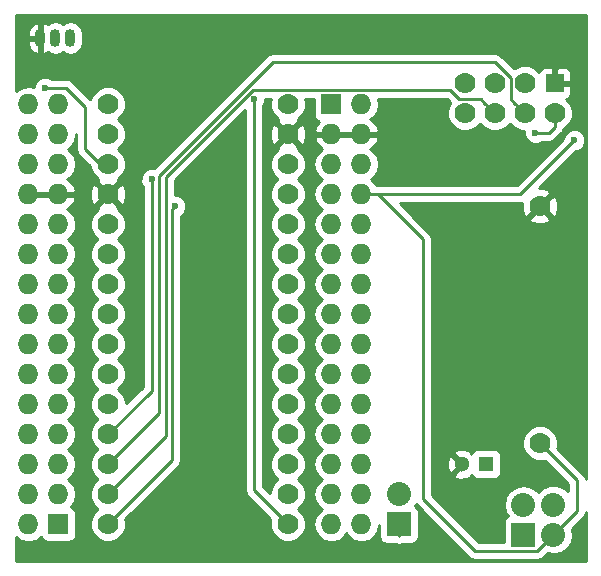
<source format=gbl>
G04 #@! TF.FileFunction,Copper,L2,Bot,Signal*
%FSLAX46Y46*%
G04 Gerber Fmt 4.6, Leading zero omitted, Abs format (unit mm)*
G04 Created by KiCad (PCBNEW 4.0.2-stable) date 23-Jul-16 5:25:39 PM*
%MOMM*%
G01*
G04 APERTURE LIST*
%ADD10C,0.100000*%
%ADD11R,1.524000X1.524000*%
%ADD12C,1.778000*%
%ADD13R,1.300000X1.300000*%
%ADD14C,1.300000*%
%ADD15R,1.727200X1.727200*%
%ADD16O,1.727200X1.727200*%
%ADD17R,2.032000X2.032000*%
%ADD18O,2.032000X2.032000*%
%ADD19C,2.032000*%
%ADD20O,0.899160X1.501140*%
%ADD21C,0.600000*%
%ADD22C,0.250000*%
%ADD23C,0.254000*%
G04 APERTURE END LIST*
D10*
D11*
X178816000Y-93472000D03*
D12*
X176276000Y-93472000D03*
X173736000Y-93472000D03*
X171196000Y-93472000D03*
X171196000Y-96012000D03*
X173736000Y-96012000D03*
X176276000Y-96012000D03*
X178816000Y-96012000D03*
D13*
X172974000Y-125730000D03*
D14*
X170974000Y-125730000D03*
D15*
X136779000Y-130810000D03*
D16*
X134239000Y-130810000D03*
X136779000Y-128270000D03*
X134239000Y-128270000D03*
X136779000Y-125730000D03*
X134239000Y-125730000D03*
X136779000Y-123190000D03*
X134239000Y-123190000D03*
X136779000Y-120650000D03*
X134239000Y-120650000D03*
X136779000Y-118110000D03*
X134239000Y-118110000D03*
X136779000Y-115570000D03*
X134239000Y-115570000D03*
X136779000Y-113030000D03*
X134239000Y-113030000D03*
X136779000Y-110490000D03*
X134239000Y-110490000D03*
X136779000Y-107950000D03*
X134239000Y-107950000D03*
X136779000Y-105410000D03*
X134239000Y-105410000D03*
X136779000Y-102870000D03*
X134239000Y-102870000D03*
X136779000Y-100330000D03*
X134239000Y-100330000D03*
X136779000Y-97790000D03*
X134239000Y-97790000D03*
X136779000Y-95250000D03*
X134239000Y-95250000D03*
D15*
X159893000Y-95250000D03*
D16*
X162433000Y-95250000D03*
X159893000Y-97790000D03*
X162433000Y-97790000D03*
X159893000Y-100330000D03*
X162433000Y-100330000D03*
X159893000Y-102870000D03*
X162433000Y-102870000D03*
X159893000Y-105410000D03*
X162433000Y-105410000D03*
X159893000Y-107950000D03*
X162433000Y-107950000D03*
X159893000Y-110490000D03*
X162433000Y-110490000D03*
X159893000Y-113030000D03*
X162433000Y-113030000D03*
X159893000Y-115570000D03*
X162433000Y-115570000D03*
X159893000Y-118110000D03*
X162433000Y-118110000D03*
X159893000Y-120650000D03*
X162433000Y-120650000D03*
X159893000Y-123190000D03*
X162433000Y-123190000D03*
X159893000Y-125730000D03*
X162433000Y-125730000D03*
X159893000Y-128270000D03*
X162433000Y-128270000D03*
X159893000Y-130810000D03*
X162433000Y-130810000D03*
D17*
X176149000Y-131699000D03*
D18*
X176149000Y-129159000D03*
D19*
X178689000Y-129159000D03*
D18*
X178689000Y-131699000D03*
D20*
X136525000Y-89662000D03*
X137795000Y-89662000D03*
X135255000Y-89662000D03*
D17*
X165608000Y-130810000D03*
D18*
X165608000Y-128270000D03*
D12*
X140970000Y-95250000D03*
X140970000Y-97790000D03*
X140970000Y-100330000D03*
X140970000Y-102870000D03*
X140970000Y-105410000D03*
X140970000Y-107950000D03*
X140970000Y-110490000D03*
X140970000Y-113030000D03*
X140970000Y-115570000D03*
X140970000Y-118110000D03*
X140970000Y-120650000D03*
X140970000Y-123190000D03*
X140970000Y-125730000D03*
X140970000Y-128270000D03*
X140970000Y-130810000D03*
X156210000Y-130810000D03*
X156210000Y-128270000D03*
X156210000Y-125730000D03*
X156210000Y-123190000D03*
X156210000Y-120650000D03*
X156210000Y-118110000D03*
X156210000Y-115570000D03*
X156210000Y-113030000D03*
X156210000Y-110490000D03*
X156210000Y-107950000D03*
X156210000Y-105410000D03*
X156210000Y-102870000D03*
X156210000Y-100330000D03*
X156210000Y-97790000D03*
X156210000Y-95250000D03*
X177546000Y-123952000D03*
X177546000Y-103886000D03*
D21*
X177165000Y-97663000D03*
X176022000Y-120396000D03*
X171450000Y-113665000D03*
X146685000Y-103886000D03*
X144662980Y-101614884D03*
X135636000Y-93853000D03*
X153354003Y-94788952D03*
X180467000Y-98298000D03*
D22*
X178816000Y-96012000D02*
X178816000Y-97155000D01*
X178308000Y-97663000D02*
X177165000Y-97663000D01*
X178816000Y-97155000D02*
X178308000Y-97663000D01*
X179070000Y-95758000D02*
X178816000Y-96012000D01*
X165608000Y-131445000D02*
X165608000Y-131826000D01*
X146685000Y-103886000D02*
X146385001Y-104185999D01*
X146385001Y-104185999D02*
X146385001Y-125394999D01*
X146385001Y-125394999D02*
X141858999Y-129921001D01*
X141858999Y-129921001D02*
X140970000Y-130810000D01*
X153215611Y-94035999D02*
X169963277Y-94035999D01*
X172521999Y-94797999D02*
X172847001Y-95123001D01*
X140970000Y-128270000D02*
X145865009Y-123374991D01*
X145865009Y-123374991D02*
X145865009Y-101386601D01*
X145865009Y-101386601D02*
X153215611Y-94035999D01*
X169963277Y-94035999D02*
X170725277Y-94797999D01*
X172847001Y-95123001D02*
X173736000Y-96012000D01*
X170725277Y-94797999D02*
X172521999Y-94797999D01*
X173736000Y-96012000D02*
X173736000Y-96266000D01*
X145288000Y-121412000D02*
X145288000Y-101327199D01*
X175387001Y-95123001D02*
X176276000Y-96012000D01*
X175061999Y-94797999D02*
X175387001Y-95123001D01*
X175061999Y-93001277D02*
X175061999Y-94797999D01*
X154921199Y-91694000D02*
X173754722Y-91694000D01*
X140970000Y-125730000D02*
X145288000Y-121412000D01*
X145288000Y-101327199D02*
X154921199Y-91694000D01*
X173754722Y-91694000D02*
X175061999Y-93001277D01*
X141478000Y-125730000D02*
X140970000Y-125730000D01*
X144662980Y-102039148D02*
X144662980Y-101614884D01*
X144662980Y-119497020D02*
X144662980Y-102039148D01*
X140970000Y-123190000D02*
X144662980Y-119497020D01*
X140970000Y-100330000D02*
X140335000Y-100330000D01*
X140335000Y-100330000D02*
X139065000Y-99060000D01*
X137414000Y-93853000D02*
X135636000Y-93853000D01*
X139065000Y-95504000D02*
X137414000Y-93853000D01*
X139065000Y-99060000D02*
X139065000Y-95504000D01*
X153354003Y-95213216D02*
X153354003Y-94788952D01*
X156210000Y-130810000D02*
X153354003Y-127954003D01*
X153354003Y-127954003D02*
X153354003Y-95213216D01*
X162433000Y-102870000D02*
X163830000Y-102870000D01*
X163830000Y-102870000D02*
X167640000Y-106680000D01*
X167640000Y-106680000D02*
X167640000Y-128651000D01*
X167640000Y-128651000D02*
X172085000Y-133096000D01*
X172085000Y-133096000D02*
X177292000Y-133096000D01*
X177292000Y-133096000D02*
X178689000Y-131699000D01*
X180657500Y-127063500D02*
X180657500Y-129730500D01*
X180657500Y-129730500D02*
X178689000Y-131699000D01*
X177546000Y-123952000D02*
X180657500Y-127063500D01*
X175895000Y-102870000D02*
X180530500Y-98234500D01*
X175895000Y-102870000D02*
X162433000Y-102870000D01*
X180467000Y-98298000D02*
X180530500Y-98234500D01*
D23*
G36*
X181406800Y-127009708D02*
X181359648Y-126772661D01*
X181263668Y-126629016D01*
X181194901Y-126526098D01*
X179027350Y-124358547D01*
X179069735Y-124256472D01*
X179070264Y-123650188D01*
X178838738Y-123089851D01*
X178410404Y-122660769D01*
X177850472Y-122428265D01*
X177244188Y-122427736D01*
X176683851Y-122659262D01*
X176254769Y-123087596D01*
X176022265Y-123647528D01*
X176021736Y-124253812D01*
X176253262Y-124814149D01*
X176681596Y-125243231D01*
X177241528Y-125475735D01*
X177847812Y-125476264D01*
X177952292Y-125433094D01*
X179897500Y-127378303D01*
X179897500Y-128032704D01*
X179625437Y-127760166D01*
X179018845Y-127508287D01*
X178362037Y-127507714D01*
X177755005Y-127758534D01*
X177417915Y-128095037D01*
X177348778Y-127991567D01*
X176813155Y-127633675D01*
X176181345Y-127508000D01*
X176116655Y-127508000D01*
X175484845Y-127633675D01*
X174949222Y-127991567D01*
X174591330Y-128527190D01*
X174465655Y-129159000D01*
X174591330Y-129790810D01*
X174818499Y-130130792D01*
X174681559Y-130218910D01*
X174536569Y-130431110D01*
X174485560Y-130683000D01*
X174485560Y-132336000D01*
X172399802Y-132336000D01*
X168400000Y-128336198D01*
X168400000Y-125549078D01*
X169676378Y-125549078D01*
X169705917Y-126059428D01*
X169844389Y-126393729D01*
X170074984Y-126449410D01*
X170794395Y-125730000D01*
X170074984Y-125010590D01*
X169844389Y-125066271D01*
X169676378Y-125549078D01*
X168400000Y-125549078D01*
X168400000Y-124830984D01*
X170254590Y-124830984D01*
X170974000Y-125550395D01*
X170988142Y-125536252D01*
X171167748Y-125715858D01*
X171153605Y-125730000D01*
X171167748Y-125744142D01*
X170988142Y-125923748D01*
X170974000Y-125909605D01*
X170254590Y-126629016D01*
X170310271Y-126859611D01*
X170793078Y-127027622D01*
X171303428Y-126998083D01*
X171637729Y-126859611D01*
X171693410Y-126629018D01*
X171795072Y-126730680D01*
X171859910Y-126831441D01*
X172072110Y-126976431D01*
X172324000Y-127027440D01*
X173624000Y-127027440D01*
X173859317Y-126983162D01*
X174075441Y-126844090D01*
X174220431Y-126631890D01*
X174271440Y-126380000D01*
X174271440Y-125080000D01*
X174227162Y-124844683D01*
X174088090Y-124628559D01*
X173875890Y-124483569D01*
X173624000Y-124432560D01*
X172324000Y-124432560D01*
X172088683Y-124476838D01*
X171872559Y-124615910D01*
X171795063Y-124729329D01*
X171693410Y-124830982D01*
X171637729Y-124600389D01*
X171154922Y-124432378D01*
X170644572Y-124461917D01*
X170310271Y-124600389D01*
X170254590Y-124830984D01*
X168400000Y-124830984D01*
X168400000Y-106680000D01*
X168342148Y-106389161D01*
X168177401Y-106142599D01*
X166992998Y-104958196D01*
X176653409Y-104958196D01*
X176738467Y-105213539D01*
X177307965Y-105421516D01*
X177913700Y-105395723D01*
X178353533Y-105213539D01*
X178438591Y-104958196D01*
X177546000Y-104065605D01*
X176653409Y-104958196D01*
X166992998Y-104958196D01*
X165664802Y-103630000D01*
X175895000Y-103630000D01*
X176026605Y-103603822D01*
X176010484Y-103647965D01*
X176036277Y-104253700D01*
X176218461Y-104693533D01*
X176473804Y-104778591D01*
X177366395Y-103886000D01*
X177725605Y-103886000D01*
X178618196Y-104778591D01*
X178873539Y-104693533D01*
X179081516Y-104124035D01*
X179055723Y-103518300D01*
X178873539Y-103078467D01*
X178618196Y-102993409D01*
X177725605Y-103886000D01*
X177366395Y-103886000D01*
X177352253Y-103871858D01*
X177531858Y-103692253D01*
X177546000Y-103706395D01*
X178438591Y-102813804D01*
X178353533Y-102558461D01*
X177784035Y-102350484D01*
X177476210Y-102363592D01*
X180606680Y-99233122D01*
X180652167Y-99233162D01*
X180995943Y-99091117D01*
X181259192Y-98828327D01*
X181401838Y-98484799D01*
X181402162Y-98112833D01*
X181260117Y-97769057D01*
X180997327Y-97505808D01*
X180653799Y-97363162D01*
X180281833Y-97362838D01*
X179938057Y-97504883D01*
X179674808Y-97767673D01*
X179532162Y-98111201D01*
X179532121Y-98158077D01*
X175580198Y-102110000D01*
X163722262Y-102110000D01*
X163522029Y-101810330D01*
X163207248Y-101600000D01*
X163522029Y-101389670D01*
X163846885Y-100903489D01*
X163960959Y-100330000D01*
X163846885Y-99756511D01*
X163522029Y-99270330D01*
X163198772Y-99054336D01*
X163321490Y-98996821D01*
X163715688Y-98564947D01*
X163887958Y-98149026D01*
X163766817Y-97917000D01*
X162560000Y-97917000D01*
X162560000Y-97937000D01*
X162306000Y-97937000D01*
X162306000Y-97917000D01*
X160020000Y-97917000D01*
X160020000Y-97937000D01*
X159766000Y-97937000D01*
X159766000Y-97917000D01*
X158559183Y-97917000D01*
X158438042Y-98149026D01*
X158610312Y-98564947D01*
X159004510Y-98996821D01*
X159127228Y-99054336D01*
X158803971Y-99270330D01*
X158479115Y-99756511D01*
X158365041Y-100330000D01*
X158479115Y-100903489D01*
X158803971Y-101389670D01*
X159118752Y-101600000D01*
X158803971Y-101810330D01*
X158479115Y-102296511D01*
X158365041Y-102870000D01*
X158479115Y-103443489D01*
X158803971Y-103929670D01*
X159118752Y-104140000D01*
X158803971Y-104350330D01*
X158479115Y-104836511D01*
X158365041Y-105410000D01*
X158479115Y-105983489D01*
X158803971Y-106469670D01*
X159118752Y-106680000D01*
X158803971Y-106890330D01*
X158479115Y-107376511D01*
X158365041Y-107950000D01*
X158479115Y-108523489D01*
X158803971Y-109009670D01*
X159118752Y-109220000D01*
X158803971Y-109430330D01*
X158479115Y-109916511D01*
X158365041Y-110490000D01*
X158479115Y-111063489D01*
X158803971Y-111549670D01*
X159118752Y-111760000D01*
X158803971Y-111970330D01*
X158479115Y-112456511D01*
X158365041Y-113030000D01*
X158479115Y-113603489D01*
X158803971Y-114089670D01*
X159118752Y-114300000D01*
X158803971Y-114510330D01*
X158479115Y-114996511D01*
X158365041Y-115570000D01*
X158479115Y-116143489D01*
X158803971Y-116629670D01*
X159118752Y-116840000D01*
X158803971Y-117050330D01*
X158479115Y-117536511D01*
X158365041Y-118110000D01*
X158479115Y-118683489D01*
X158803971Y-119169670D01*
X159118752Y-119380000D01*
X158803971Y-119590330D01*
X158479115Y-120076511D01*
X158365041Y-120650000D01*
X158479115Y-121223489D01*
X158803971Y-121709670D01*
X159118752Y-121920000D01*
X158803971Y-122130330D01*
X158479115Y-122616511D01*
X158365041Y-123190000D01*
X158479115Y-123763489D01*
X158803971Y-124249670D01*
X159118752Y-124460000D01*
X158803971Y-124670330D01*
X158479115Y-125156511D01*
X158365041Y-125730000D01*
X158479115Y-126303489D01*
X158803971Y-126789670D01*
X159118752Y-127000000D01*
X158803971Y-127210330D01*
X158479115Y-127696511D01*
X158365041Y-128270000D01*
X158479115Y-128843489D01*
X158803971Y-129329670D01*
X159118752Y-129540000D01*
X158803971Y-129750330D01*
X158479115Y-130236511D01*
X158365041Y-130810000D01*
X158479115Y-131383489D01*
X158803971Y-131869670D01*
X159290152Y-132194526D01*
X159863641Y-132308600D01*
X159922359Y-132308600D01*
X160495848Y-132194526D01*
X160982029Y-131869670D01*
X161163000Y-131598828D01*
X161343971Y-131869670D01*
X161830152Y-132194526D01*
X162403641Y-132308600D01*
X162462359Y-132308600D01*
X163035848Y-132194526D01*
X163522029Y-131869670D01*
X163846885Y-131383489D01*
X163944560Y-130892443D01*
X163944560Y-131826000D01*
X163988838Y-132061317D01*
X164127910Y-132277441D01*
X164340110Y-132422431D01*
X164592000Y-132473440D01*
X165235284Y-132473440D01*
X165317161Y-132528148D01*
X165608000Y-132586000D01*
X165898839Y-132528148D01*
X165980716Y-132473440D01*
X166624000Y-132473440D01*
X166859317Y-132429162D01*
X167075441Y-132290090D01*
X167220431Y-132077890D01*
X167271440Y-131826000D01*
X167271440Y-129794000D01*
X167227162Y-129558683D01*
X167088090Y-129342559D01*
X166939163Y-129240802D01*
X167038388Y-129092302D01*
X167102599Y-129188401D01*
X171547599Y-133633401D01*
X171794160Y-133798148D01*
X172085000Y-133856000D01*
X177292000Y-133856000D01*
X177582839Y-133798148D01*
X177829401Y-133633401D01*
X178203033Y-133259769D01*
X178656655Y-133350000D01*
X178721345Y-133350000D01*
X179353155Y-133224325D01*
X179888778Y-132866433D01*
X180246670Y-132330810D01*
X180372345Y-131699000D01*
X180271381Y-131191421D01*
X181194901Y-130267901D01*
X181359648Y-130021340D01*
X181406800Y-129784292D01*
X181406800Y-133908800D01*
X133172200Y-133908800D01*
X133172200Y-131884523D01*
X133636152Y-132194526D01*
X134209641Y-132308600D01*
X134268359Y-132308600D01*
X134841848Y-132194526D01*
X135307442Y-131883426D01*
X135312238Y-131908917D01*
X135451310Y-132125041D01*
X135663510Y-132270031D01*
X135915400Y-132321040D01*
X137642600Y-132321040D01*
X137877917Y-132276762D01*
X138094041Y-132137690D01*
X138239031Y-131925490D01*
X138290040Y-131673600D01*
X138290040Y-129946400D01*
X138245762Y-129711083D01*
X138106690Y-129494959D01*
X137894490Y-129349969D01*
X137850869Y-129341136D01*
X137868029Y-129329670D01*
X138192885Y-128843489D01*
X138306959Y-128270000D01*
X138192885Y-127696511D01*
X137868029Y-127210330D01*
X137553248Y-127000000D01*
X137868029Y-126789670D01*
X138192885Y-126303489D01*
X138306959Y-125730000D01*
X138192885Y-125156511D01*
X137868029Y-124670330D01*
X137553248Y-124460000D01*
X137868029Y-124249670D01*
X138192885Y-123763489D01*
X138306959Y-123190000D01*
X138192885Y-122616511D01*
X137868029Y-122130330D01*
X137553248Y-121920000D01*
X137868029Y-121709670D01*
X138192885Y-121223489D01*
X138306959Y-120650000D01*
X138192885Y-120076511D01*
X137868029Y-119590330D01*
X137553248Y-119380000D01*
X137868029Y-119169670D01*
X138192885Y-118683489D01*
X138306959Y-118110000D01*
X138192885Y-117536511D01*
X137868029Y-117050330D01*
X137553248Y-116840000D01*
X137868029Y-116629670D01*
X138192885Y-116143489D01*
X138306959Y-115570000D01*
X138192885Y-114996511D01*
X137868029Y-114510330D01*
X137553248Y-114300000D01*
X137868029Y-114089670D01*
X138192885Y-113603489D01*
X138306959Y-113030000D01*
X138192885Y-112456511D01*
X137868029Y-111970330D01*
X137553248Y-111760000D01*
X137868029Y-111549670D01*
X138192885Y-111063489D01*
X138306959Y-110490000D01*
X138192885Y-109916511D01*
X137868029Y-109430330D01*
X137553248Y-109220000D01*
X137868029Y-109009670D01*
X138192885Y-108523489D01*
X138306959Y-107950000D01*
X138192885Y-107376511D01*
X137868029Y-106890330D01*
X137553248Y-106680000D01*
X137868029Y-106469670D01*
X138192885Y-105983489D01*
X138246924Y-105711812D01*
X139445736Y-105711812D01*
X139677262Y-106272149D01*
X140084737Y-106680336D01*
X139678769Y-107085596D01*
X139446265Y-107645528D01*
X139445736Y-108251812D01*
X139677262Y-108812149D01*
X140084737Y-109220336D01*
X139678769Y-109625596D01*
X139446265Y-110185528D01*
X139445736Y-110791812D01*
X139677262Y-111352149D01*
X140084737Y-111760336D01*
X139678769Y-112165596D01*
X139446265Y-112725528D01*
X139445736Y-113331812D01*
X139677262Y-113892149D01*
X140084737Y-114300336D01*
X139678769Y-114705596D01*
X139446265Y-115265528D01*
X139445736Y-115871812D01*
X139677262Y-116432149D01*
X140084737Y-116840336D01*
X139678769Y-117245596D01*
X139446265Y-117805528D01*
X139445736Y-118411812D01*
X139677262Y-118972149D01*
X140084737Y-119380336D01*
X139678769Y-119785596D01*
X139446265Y-120345528D01*
X139445736Y-120951812D01*
X139677262Y-121512149D01*
X140084737Y-121920336D01*
X139678769Y-122325596D01*
X139446265Y-122885528D01*
X139445736Y-123491812D01*
X139677262Y-124052149D01*
X140084737Y-124460336D01*
X139678769Y-124865596D01*
X139446265Y-125425528D01*
X139445736Y-126031812D01*
X139677262Y-126592149D01*
X140084737Y-127000336D01*
X139678769Y-127405596D01*
X139446265Y-127965528D01*
X139445736Y-128571812D01*
X139677262Y-129132149D01*
X140084737Y-129540336D01*
X139678769Y-129945596D01*
X139446265Y-130505528D01*
X139445736Y-131111812D01*
X139677262Y-131672149D01*
X140105596Y-132101231D01*
X140665528Y-132333735D01*
X141271812Y-132334264D01*
X141832149Y-132102738D01*
X142261231Y-131674404D01*
X142493735Y-131114472D01*
X142494264Y-130508188D01*
X142451094Y-130403708D01*
X146922402Y-125932400D01*
X147087149Y-125685839D01*
X147096747Y-125637585D01*
X147145001Y-125394999D01*
X147145001Y-104707603D01*
X147213943Y-104679117D01*
X147477192Y-104416327D01*
X147619838Y-104072799D01*
X147620162Y-103700833D01*
X147478117Y-103357057D01*
X147215327Y-103093808D01*
X146871799Y-102951162D01*
X146625009Y-102950947D01*
X146625009Y-101701403D01*
X152594003Y-95732409D01*
X152594003Y-127954003D01*
X152651855Y-128244842D01*
X152816602Y-128491404D01*
X154728650Y-130403452D01*
X154686265Y-130505528D01*
X154685736Y-131111812D01*
X154917262Y-131672149D01*
X155345596Y-132101231D01*
X155905528Y-132333735D01*
X156511812Y-132334264D01*
X157072149Y-132102738D01*
X157501231Y-131674404D01*
X157733735Y-131114472D01*
X157734264Y-130508188D01*
X157502738Y-129947851D01*
X157095263Y-129539664D01*
X157501231Y-129134404D01*
X157733735Y-128574472D01*
X157734264Y-127968188D01*
X157502738Y-127407851D01*
X157095263Y-126999664D01*
X157501231Y-126594404D01*
X157733735Y-126034472D01*
X157734264Y-125428188D01*
X157502738Y-124867851D01*
X157095263Y-124459664D01*
X157501231Y-124054404D01*
X157733735Y-123494472D01*
X157734264Y-122888188D01*
X157502738Y-122327851D01*
X157095263Y-121919664D01*
X157501231Y-121514404D01*
X157733735Y-120954472D01*
X157734264Y-120348188D01*
X157502738Y-119787851D01*
X157095263Y-119379664D01*
X157501231Y-118974404D01*
X157733735Y-118414472D01*
X157734264Y-117808188D01*
X157502738Y-117247851D01*
X157095263Y-116839664D01*
X157501231Y-116434404D01*
X157733735Y-115874472D01*
X157734264Y-115268188D01*
X157502738Y-114707851D01*
X157095263Y-114299664D01*
X157501231Y-113894404D01*
X157733735Y-113334472D01*
X157734264Y-112728188D01*
X157502738Y-112167851D01*
X157095263Y-111759664D01*
X157501231Y-111354404D01*
X157733735Y-110794472D01*
X157734264Y-110188188D01*
X157502738Y-109627851D01*
X157095263Y-109219664D01*
X157501231Y-108814404D01*
X157733735Y-108254472D01*
X157734264Y-107648188D01*
X157502738Y-107087851D01*
X157095263Y-106679664D01*
X157501231Y-106274404D01*
X157733735Y-105714472D01*
X157734264Y-105108188D01*
X157502738Y-104547851D01*
X157095263Y-104139664D01*
X157501231Y-103734404D01*
X157733735Y-103174472D01*
X157734264Y-102568188D01*
X157502738Y-102007851D01*
X157095263Y-101599664D01*
X157501231Y-101194404D01*
X157733735Y-100634472D01*
X157734264Y-100028188D01*
X157502738Y-99467851D01*
X157074404Y-99038769D01*
X157047494Y-99027595D01*
X157102591Y-98862196D01*
X156210000Y-97969605D01*
X155317409Y-98862196D01*
X155372353Y-99027138D01*
X155347851Y-99037262D01*
X154918769Y-99465596D01*
X154686265Y-100025528D01*
X154685736Y-100631812D01*
X154917262Y-101192149D01*
X155324737Y-101600336D01*
X154918769Y-102005596D01*
X154686265Y-102565528D01*
X154685736Y-103171812D01*
X154917262Y-103732149D01*
X155324737Y-104140336D01*
X154918769Y-104545596D01*
X154686265Y-105105528D01*
X154685736Y-105711812D01*
X154917262Y-106272149D01*
X155324737Y-106680336D01*
X154918769Y-107085596D01*
X154686265Y-107645528D01*
X154685736Y-108251812D01*
X154917262Y-108812149D01*
X155324737Y-109220336D01*
X154918769Y-109625596D01*
X154686265Y-110185528D01*
X154685736Y-110791812D01*
X154917262Y-111352149D01*
X155324737Y-111760336D01*
X154918769Y-112165596D01*
X154686265Y-112725528D01*
X154685736Y-113331812D01*
X154917262Y-113892149D01*
X155324737Y-114300336D01*
X154918769Y-114705596D01*
X154686265Y-115265528D01*
X154685736Y-115871812D01*
X154917262Y-116432149D01*
X155324737Y-116840336D01*
X154918769Y-117245596D01*
X154686265Y-117805528D01*
X154685736Y-118411812D01*
X154917262Y-118972149D01*
X155324737Y-119380336D01*
X154918769Y-119785596D01*
X154686265Y-120345528D01*
X154685736Y-120951812D01*
X154917262Y-121512149D01*
X155324737Y-121920336D01*
X154918769Y-122325596D01*
X154686265Y-122885528D01*
X154685736Y-123491812D01*
X154917262Y-124052149D01*
X155324737Y-124460336D01*
X154918769Y-124865596D01*
X154686265Y-125425528D01*
X154685736Y-126031812D01*
X154917262Y-126592149D01*
X155324737Y-127000336D01*
X154918769Y-127405596D01*
X154686265Y-127965528D01*
X154686051Y-128211249D01*
X154114003Y-127639201D01*
X154114003Y-97551965D01*
X154674484Y-97551965D01*
X154700277Y-98157700D01*
X154882461Y-98597533D01*
X155137804Y-98682591D01*
X156030395Y-97790000D01*
X156389605Y-97790000D01*
X157282196Y-98682591D01*
X157537539Y-98597533D01*
X157745516Y-98028035D01*
X157719723Y-97422300D01*
X157537539Y-96982467D01*
X157282196Y-96897409D01*
X156389605Y-97790000D01*
X156030395Y-97790000D01*
X155137804Y-96897409D01*
X154882461Y-96982467D01*
X154674484Y-97551965D01*
X154114003Y-97551965D01*
X154114003Y-95351415D01*
X154146195Y-95319279D01*
X154288841Y-94975751D01*
X154288998Y-94795999D01*
X154748355Y-94795999D01*
X154686265Y-94945528D01*
X154685736Y-95551812D01*
X154917262Y-96112149D01*
X155345596Y-96541231D01*
X155372506Y-96552405D01*
X155317409Y-96717804D01*
X156210000Y-97610395D01*
X157102591Y-96717804D01*
X157047647Y-96552862D01*
X157072149Y-96542738D01*
X157501231Y-96114404D01*
X157733735Y-95554472D01*
X157734264Y-94948188D01*
X157671381Y-94795999D01*
X158381960Y-94795999D01*
X158381960Y-96113600D01*
X158426238Y-96348917D01*
X158565310Y-96565041D01*
X158777510Y-96710031D01*
X158871375Y-96729039D01*
X158610312Y-97015053D01*
X158438042Y-97430974D01*
X158559183Y-97663000D01*
X159766000Y-97663000D01*
X159766000Y-97643000D01*
X160020000Y-97643000D01*
X160020000Y-97663000D01*
X162306000Y-97663000D01*
X162306000Y-97643000D01*
X162560000Y-97643000D01*
X162560000Y-97663000D01*
X163766817Y-97663000D01*
X163887958Y-97430974D01*
X163715688Y-97015053D01*
X163321490Y-96583179D01*
X163198772Y-96525664D01*
X163522029Y-96309670D01*
X163846885Y-95823489D01*
X163960959Y-95250000D01*
X163870653Y-94795999D01*
X169648475Y-94795999D01*
X169952462Y-95099986D01*
X169904769Y-95147596D01*
X169672265Y-95707528D01*
X169671736Y-96313812D01*
X169903262Y-96874149D01*
X170331596Y-97303231D01*
X170891528Y-97535735D01*
X171497812Y-97536264D01*
X172058149Y-97304738D01*
X172466336Y-96897263D01*
X172871596Y-97303231D01*
X173431528Y-97535735D01*
X174037812Y-97536264D01*
X174598149Y-97304738D01*
X175006336Y-96897263D01*
X175411596Y-97303231D01*
X175971528Y-97535735D01*
X176230110Y-97535961D01*
X176229838Y-97848167D01*
X176371883Y-98191943D01*
X176634673Y-98455192D01*
X176978201Y-98597838D01*
X177350167Y-98598162D01*
X177693943Y-98456117D01*
X177727118Y-98423000D01*
X178308000Y-98423000D01*
X178598839Y-98365148D01*
X178845401Y-98200401D01*
X179353401Y-97692401D01*
X179373046Y-97663000D01*
X179518148Y-97445839D01*
X179534400Y-97364134D01*
X179678149Y-97304738D01*
X180107231Y-96876404D01*
X180339735Y-96316472D01*
X180340264Y-95710188D01*
X180108738Y-95149851D01*
X179792083Y-94832643D01*
X179937699Y-94772327D01*
X180116327Y-94593698D01*
X180213000Y-94360309D01*
X180213000Y-93757750D01*
X180054250Y-93599000D01*
X178943000Y-93599000D01*
X178943000Y-93619000D01*
X178689000Y-93619000D01*
X178689000Y-93599000D01*
X178669000Y-93599000D01*
X178669000Y-93345000D01*
X178689000Y-93345000D01*
X178689000Y-92233750D01*
X178943000Y-92233750D01*
X178943000Y-93345000D01*
X180054250Y-93345000D01*
X180213000Y-93186250D01*
X180213000Y-92583691D01*
X180116327Y-92350302D01*
X179937699Y-92171673D01*
X179704310Y-92075000D01*
X179101750Y-92075000D01*
X178943000Y-92233750D01*
X178689000Y-92233750D01*
X178530250Y-92075000D01*
X177927690Y-92075000D01*
X177694301Y-92171673D01*
X177515673Y-92350302D01*
X177455253Y-92496168D01*
X177140404Y-92180769D01*
X176580472Y-91948265D01*
X175974188Y-91947736D01*
X175413851Y-92179262D01*
X175364275Y-92228751D01*
X174292123Y-91156599D01*
X174045561Y-90991852D01*
X173754722Y-90934000D01*
X154921199Y-90934000D01*
X154630360Y-90991852D01*
X154383798Y-91156599D01*
X144857249Y-100683148D01*
X144849779Y-100680046D01*
X144477813Y-100679722D01*
X144134037Y-100821767D01*
X143870788Y-101084557D01*
X143728142Y-101428085D01*
X143727818Y-101800051D01*
X143869863Y-102143827D01*
X143902980Y-102177002D01*
X143902980Y-119182218D01*
X142494052Y-120591146D01*
X142494264Y-120348188D01*
X142262738Y-119787851D01*
X141855263Y-119379664D01*
X142261231Y-118974404D01*
X142493735Y-118414472D01*
X142494264Y-117808188D01*
X142262738Y-117247851D01*
X141855263Y-116839664D01*
X142261231Y-116434404D01*
X142493735Y-115874472D01*
X142494264Y-115268188D01*
X142262738Y-114707851D01*
X141855263Y-114299664D01*
X142261231Y-113894404D01*
X142493735Y-113334472D01*
X142494264Y-112728188D01*
X142262738Y-112167851D01*
X141855263Y-111759664D01*
X142261231Y-111354404D01*
X142493735Y-110794472D01*
X142494264Y-110188188D01*
X142262738Y-109627851D01*
X141855263Y-109219664D01*
X142261231Y-108814404D01*
X142493735Y-108254472D01*
X142494264Y-107648188D01*
X142262738Y-107087851D01*
X141855263Y-106679664D01*
X142261231Y-106274404D01*
X142493735Y-105714472D01*
X142494264Y-105108188D01*
X142262738Y-104547851D01*
X141834404Y-104118769D01*
X141807494Y-104107595D01*
X141862591Y-103942196D01*
X140970000Y-103049605D01*
X140077409Y-103942196D01*
X140132353Y-104107138D01*
X140107851Y-104117262D01*
X139678769Y-104545596D01*
X139446265Y-105105528D01*
X139445736Y-105711812D01*
X138246924Y-105711812D01*
X138306959Y-105410000D01*
X138192885Y-104836511D01*
X137868029Y-104350330D01*
X137544772Y-104134336D01*
X137667490Y-104076821D01*
X138061688Y-103644947D01*
X138233958Y-103229026D01*
X138112817Y-102997000D01*
X136906000Y-102997000D01*
X136906000Y-103017000D01*
X136652000Y-103017000D01*
X136652000Y-102997000D01*
X134366000Y-102997000D01*
X134366000Y-103017000D01*
X134112000Y-103017000D01*
X134112000Y-102997000D01*
X134092000Y-102997000D01*
X134092000Y-102743000D01*
X134112000Y-102743000D01*
X134112000Y-102723000D01*
X134366000Y-102723000D01*
X134366000Y-102743000D01*
X136652000Y-102743000D01*
X136652000Y-102723000D01*
X136906000Y-102723000D01*
X136906000Y-102743000D01*
X138112817Y-102743000D01*
X138170788Y-102631965D01*
X139434484Y-102631965D01*
X139460277Y-103237700D01*
X139642461Y-103677533D01*
X139897804Y-103762591D01*
X140790395Y-102870000D01*
X141149605Y-102870000D01*
X142042196Y-103762591D01*
X142297539Y-103677533D01*
X142505516Y-103108035D01*
X142479723Y-102502300D01*
X142297539Y-102062467D01*
X142042196Y-101977409D01*
X141149605Y-102870000D01*
X140790395Y-102870000D01*
X139897804Y-101977409D01*
X139642461Y-102062467D01*
X139434484Y-102631965D01*
X138170788Y-102631965D01*
X138233958Y-102510974D01*
X138061688Y-102095053D01*
X137667490Y-101663179D01*
X137544772Y-101605664D01*
X137868029Y-101389670D01*
X138192885Y-100903489D01*
X138306959Y-100330000D01*
X138192885Y-99756511D01*
X137868029Y-99270330D01*
X137553248Y-99060000D01*
X137868029Y-98849670D01*
X138192885Y-98363489D01*
X138305000Y-97799849D01*
X138305000Y-99060000D01*
X138362852Y-99350839D01*
X138527599Y-99597401D01*
X139445837Y-100515639D01*
X139445736Y-100631812D01*
X139677262Y-101192149D01*
X140105596Y-101621231D01*
X140132506Y-101632405D01*
X140077409Y-101797804D01*
X140970000Y-102690395D01*
X141862591Y-101797804D01*
X141807647Y-101632862D01*
X141832149Y-101622738D01*
X142261231Y-101194404D01*
X142493735Y-100634472D01*
X142494264Y-100028188D01*
X142262738Y-99467851D01*
X141855263Y-99059664D01*
X142261231Y-98654404D01*
X142493735Y-98094472D01*
X142494264Y-97488188D01*
X142262738Y-96927851D01*
X141855263Y-96519664D01*
X142261231Y-96114404D01*
X142493735Y-95554472D01*
X142494264Y-94948188D01*
X142262738Y-94387851D01*
X141834404Y-93958769D01*
X141274472Y-93726265D01*
X140668188Y-93725736D01*
X140107851Y-93957262D01*
X139678769Y-94385596D01*
X139485894Y-94850092D01*
X137951401Y-93315599D01*
X137704839Y-93150852D01*
X137414000Y-93093000D01*
X136198463Y-93093000D01*
X136166327Y-93060808D01*
X135822799Y-92918162D01*
X135450833Y-92917838D01*
X135107057Y-93059883D01*
X134843808Y-93322673D01*
X134701162Y-93666201D01*
X134701013Y-93837460D01*
X134268359Y-93751400D01*
X134209641Y-93751400D01*
X133636152Y-93865474D01*
X133172200Y-94175477D01*
X133172200Y-89789000D01*
X134170420Y-89789000D01*
X134170420Y-90089990D01*
X134301580Y-90495373D01*
X134577889Y-90819706D01*
X134961065Y-91006981D01*
X135128000Y-90880068D01*
X135128000Y-89789000D01*
X134170420Y-89789000D01*
X133172200Y-89789000D01*
X133172200Y-89234010D01*
X134170420Y-89234010D01*
X134170420Y-89535000D01*
X135128000Y-89535000D01*
X135128000Y-88443932D01*
X135382000Y-88443932D01*
X135382000Y-89535000D01*
X135402000Y-89535000D01*
X135402000Y-89789000D01*
X135382000Y-89789000D01*
X135382000Y-90880068D01*
X135548935Y-91006981D01*
X135885762Y-90842359D01*
X136109949Y-90992156D01*
X136525000Y-91074715D01*
X136940051Y-90992156D01*
X137160000Y-90845191D01*
X137379949Y-90992156D01*
X137795000Y-91074715D01*
X138210051Y-90992156D01*
X138561914Y-90757049D01*
X138797021Y-90405186D01*
X138879580Y-89990135D01*
X138879580Y-89333865D01*
X138797021Y-88918814D01*
X138561914Y-88566951D01*
X138210051Y-88331844D01*
X137795000Y-88249285D01*
X137379949Y-88331844D01*
X137160000Y-88478809D01*
X136940051Y-88331844D01*
X136525000Y-88249285D01*
X136109949Y-88331844D01*
X135885762Y-88481641D01*
X135548935Y-88317019D01*
X135382000Y-88443932D01*
X135128000Y-88443932D01*
X134961065Y-88317019D01*
X134577889Y-88504294D01*
X134301580Y-88828627D01*
X134170420Y-89234010D01*
X133172200Y-89234010D01*
X133172200Y-87706200D01*
X181406800Y-87706200D01*
X181406800Y-127009708D01*
X181406800Y-127009708D01*
G37*
X181406800Y-127009708D02*
X181359648Y-126772661D01*
X181263668Y-126629016D01*
X181194901Y-126526098D01*
X179027350Y-124358547D01*
X179069735Y-124256472D01*
X179070264Y-123650188D01*
X178838738Y-123089851D01*
X178410404Y-122660769D01*
X177850472Y-122428265D01*
X177244188Y-122427736D01*
X176683851Y-122659262D01*
X176254769Y-123087596D01*
X176022265Y-123647528D01*
X176021736Y-124253812D01*
X176253262Y-124814149D01*
X176681596Y-125243231D01*
X177241528Y-125475735D01*
X177847812Y-125476264D01*
X177952292Y-125433094D01*
X179897500Y-127378303D01*
X179897500Y-128032704D01*
X179625437Y-127760166D01*
X179018845Y-127508287D01*
X178362037Y-127507714D01*
X177755005Y-127758534D01*
X177417915Y-128095037D01*
X177348778Y-127991567D01*
X176813155Y-127633675D01*
X176181345Y-127508000D01*
X176116655Y-127508000D01*
X175484845Y-127633675D01*
X174949222Y-127991567D01*
X174591330Y-128527190D01*
X174465655Y-129159000D01*
X174591330Y-129790810D01*
X174818499Y-130130792D01*
X174681559Y-130218910D01*
X174536569Y-130431110D01*
X174485560Y-130683000D01*
X174485560Y-132336000D01*
X172399802Y-132336000D01*
X168400000Y-128336198D01*
X168400000Y-125549078D01*
X169676378Y-125549078D01*
X169705917Y-126059428D01*
X169844389Y-126393729D01*
X170074984Y-126449410D01*
X170794395Y-125730000D01*
X170074984Y-125010590D01*
X169844389Y-125066271D01*
X169676378Y-125549078D01*
X168400000Y-125549078D01*
X168400000Y-124830984D01*
X170254590Y-124830984D01*
X170974000Y-125550395D01*
X170988142Y-125536252D01*
X171167748Y-125715858D01*
X171153605Y-125730000D01*
X171167748Y-125744142D01*
X170988142Y-125923748D01*
X170974000Y-125909605D01*
X170254590Y-126629016D01*
X170310271Y-126859611D01*
X170793078Y-127027622D01*
X171303428Y-126998083D01*
X171637729Y-126859611D01*
X171693410Y-126629018D01*
X171795072Y-126730680D01*
X171859910Y-126831441D01*
X172072110Y-126976431D01*
X172324000Y-127027440D01*
X173624000Y-127027440D01*
X173859317Y-126983162D01*
X174075441Y-126844090D01*
X174220431Y-126631890D01*
X174271440Y-126380000D01*
X174271440Y-125080000D01*
X174227162Y-124844683D01*
X174088090Y-124628559D01*
X173875890Y-124483569D01*
X173624000Y-124432560D01*
X172324000Y-124432560D01*
X172088683Y-124476838D01*
X171872559Y-124615910D01*
X171795063Y-124729329D01*
X171693410Y-124830982D01*
X171637729Y-124600389D01*
X171154922Y-124432378D01*
X170644572Y-124461917D01*
X170310271Y-124600389D01*
X170254590Y-124830984D01*
X168400000Y-124830984D01*
X168400000Y-106680000D01*
X168342148Y-106389161D01*
X168177401Y-106142599D01*
X166992998Y-104958196D01*
X176653409Y-104958196D01*
X176738467Y-105213539D01*
X177307965Y-105421516D01*
X177913700Y-105395723D01*
X178353533Y-105213539D01*
X178438591Y-104958196D01*
X177546000Y-104065605D01*
X176653409Y-104958196D01*
X166992998Y-104958196D01*
X165664802Y-103630000D01*
X175895000Y-103630000D01*
X176026605Y-103603822D01*
X176010484Y-103647965D01*
X176036277Y-104253700D01*
X176218461Y-104693533D01*
X176473804Y-104778591D01*
X177366395Y-103886000D01*
X177725605Y-103886000D01*
X178618196Y-104778591D01*
X178873539Y-104693533D01*
X179081516Y-104124035D01*
X179055723Y-103518300D01*
X178873539Y-103078467D01*
X178618196Y-102993409D01*
X177725605Y-103886000D01*
X177366395Y-103886000D01*
X177352253Y-103871858D01*
X177531858Y-103692253D01*
X177546000Y-103706395D01*
X178438591Y-102813804D01*
X178353533Y-102558461D01*
X177784035Y-102350484D01*
X177476210Y-102363592D01*
X180606680Y-99233122D01*
X180652167Y-99233162D01*
X180995943Y-99091117D01*
X181259192Y-98828327D01*
X181401838Y-98484799D01*
X181402162Y-98112833D01*
X181260117Y-97769057D01*
X180997327Y-97505808D01*
X180653799Y-97363162D01*
X180281833Y-97362838D01*
X179938057Y-97504883D01*
X179674808Y-97767673D01*
X179532162Y-98111201D01*
X179532121Y-98158077D01*
X175580198Y-102110000D01*
X163722262Y-102110000D01*
X163522029Y-101810330D01*
X163207248Y-101600000D01*
X163522029Y-101389670D01*
X163846885Y-100903489D01*
X163960959Y-100330000D01*
X163846885Y-99756511D01*
X163522029Y-99270330D01*
X163198772Y-99054336D01*
X163321490Y-98996821D01*
X163715688Y-98564947D01*
X163887958Y-98149026D01*
X163766817Y-97917000D01*
X162560000Y-97917000D01*
X162560000Y-97937000D01*
X162306000Y-97937000D01*
X162306000Y-97917000D01*
X160020000Y-97917000D01*
X160020000Y-97937000D01*
X159766000Y-97937000D01*
X159766000Y-97917000D01*
X158559183Y-97917000D01*
X158438042Y-98149026D01*
X158610312Y-98564947D01*
X159004510Y-98996821D01*
X159127228Y-99054336D01*
X158803971Y-99270330D01*
X158479115Y-99756511D01*
X158365041Y-100330000D01*
X158479115Y-100903489D01*
X158803971Y-101389670D01*
X159118752Y-101600000D01*
X158803971Y-101810330D01*
X158479115Y-102296511D01*
X158365041Y-102870000D01*
X158479115Y-103443489D01*
X158803971Y-103929670D01*
X159118752Y-104140000D01*
X158803971Y-104350330D01*
X158479115Y-104836511D01*
X158365041Y-105410000D01*
X158479115Y-105983489D01*
X158803971Y-106469670D01*
X159118752Y-106680000D01*
X158803971Y-106890330D01*
X158479115Y-107376511D01*
X158365041Y-107950000D01*
X158479115Y-108523489D01*
X158803971Y-109009670D01*
X159118752Y-109220000D01*
X158803971Y-109430330D01*
X158479115Y-109916511D01*
X158365041Y-110490000D01*
X158479115Y-111063489D01*
X158803971Y-111549670D01*
X159118752Y-111760000D01*
X158803971Y-111970330D01*
X158479115Y-112456511D01*
X158365041Y-113030000D01*
X158479115Y-113603489D01*
X158803971Y-114089670D01*
X159118752Y-114300000D01*
X158803971Y-114510330D01*
X158479115Y-114996511D01*
X158365041Y-115570000D01*
X158479115Y-116143489D01*
X158803971Y-116629670D01*
X159118752Y-116840000D01*
X158803971Y-117050330D01*
X158479115Y-117536511D01*
X158365041Y-118110000D01*
X158479115Y-118683489D01*
X158803971Y-119169670D01*
X159118752Y-119380000D01*
X158803971Y-119590330D01*
X158479115Y-120076511D01*
X158365041Y-120650000D01*
X158479115Y-121223489D01*
X158803971Y-121709670D01*
X159118752Y-121920000D01*
X158803971Y-122130330D01*
X158479115Y-122616511D01*
X158365041Y-123190000D01*
X158479115Y-123763489D01*
X158803971Y-124249670D01*
X159118752Y-124460000D01*
X158803971Y-124670330D01*
X158479115Y-125156511D01*
X158365041Y-125730000D01*
X158479115Y-126303489D01*
X158803971Y-126789670D01*
X159118752Y-127000000D01*
X158803971Y-127210330D01*
X158479115Y-127696511D01*
X158365041Y-128270000D01*
X158479115Y-128843489D01*
X158803971Y-129329670D01*
X159118752Y-129540000D01*
X158803971Y-129750330D01*
X158479115Y-130236511D01*
X158365041Y-130810000D01*
X158479115Y-131383489D01*
X158803971Y-131869670D01*
X159290152Y-132194526D01*
X159863641Y-132308600D01*
X159922359Y-132308600D01*
X160495848Y-132194526D01*
X160982029Y-131869670D01*
X161163000Y-131598828D01*
X161343971Y-131869670D01*
X161830152Y-132194526D01*
X162403641Y-132308600D01*
X162462359Y-132308600D01*
X163035848Y-132194526D01*
X163522029Y-131869670D01*
X163846885Y-131383489D01*
X163944560Y-130892443D01*
X163944560Y-131826000D01*
X163988838Y-132061317D01*
X164127910Y-132277441D01*
X164340110Y-132422431D01*
X164592000Y-132473440D01*
X165235284Y-132473440D01*
X165317161Y-132528148D01*
X165608000Y-132586000D01*
X165898839Y-132528148D01*
X165980716Y-132473440D01*
X166624000Y-132473440D01*
X166859317Y-132429162D01*
X167075441Y-132290090D01*
X167220431Y-132077890D01*
X167271440Y-131826000D01*
X167271440Y-129794000D01*
X167227162Y-129558683D01*
X167088090Y-129342559D01*
X166939163Y-129240802D01*
X167038388Y-129092302D01*
X167102599Y-129188401D01*
X171547599Y-133633401D01*
X171794160Y-133798148D01*
X172085000Y-133856000D01*
X177292000Y-133856000D01*
X177582839Y-133798148D01*
X177829401Y-133633401D01*
X178203033Y-133259769D01*
X178656655Y-133350000D01*
X178721345Y-133350000D01*
X179353155Y-133224325D01*
X179888778Y-132866433D01*
X180246670Y-132330810D01*
X180372345Y-131699000D01*
X180271381Y-131191421D01*
X181194901Y-130267901D01*
X181359648Y-130021340D01*
X181406800Y-129784292D01*
X181406800Y-133908800D01*
X133172200Y-133908800D01*
X133172200Y-131884523D01*
X133636152Y-132194526D01*
X134209641Y-132308600D01*
X134268359Y-132308600D01*
X134841848Y-132194526D01*
X135307442Y-131883426D01*
X135312238Y-131908917D01*
X135451310Y-132125041D01*
X135663510Y-132270031D01*
X135915400Y-132321040D01*
X137642600Y-132321040D01*
X137877917Y-132276762D01*
X138094041Y-132137690D01*
X138239031Y-131925490D01*
X138290040Y-131673600D01*
X138290040Y-129946400D01*
X138245762Y-129711083D01*
X138106690Y-129494959D01*
X137894490Y-129349969D01*
X137850869Y-129341136D01*
X137868029Y-129329670D01*
X138192885Y-128843489D01*
X138306959Y-128270000D01*
X138192885Y-127696511D01*
X137868029Y-127210330D01*
X137553248Y-127000000D01*
X137868029Y-126789670D01*
X138192885Y-126303489D01*
X138306959Y-125730000D01*
X138192885Y-125156511D01*
X137868029Y-124670330D01*
X137553248Y-124460000D01*
X137868029Y-124249670D01*
X138192885Y-123763489D01*
X138306959Y-123190000D01*
X138192885Y-122616511D01*
X137868029Y-122130330D01*
X137553248Y-121920000D01*
X137868029Y-121709670D01*
X138192885Y-121223489D01*
X138306959Y-120650000D01*
X138192885Y-120076511D01*
X137868029Y-119590330D01*
X137553248Y-119380000D01*
X137868029Y-119169670D01*
X138192885Y-118683489D01*
X138306959Y-118110000D01*
X138192885Y-117536511D01*
X137868029Y-117050330D01*
X137553248Y-116840000D01*
X137868029Y-116629670D01*
X138192885Y-116143489D01*
X138306959Y-115570000D01*
X138192885Y-114996511D01*
X137868029Y-114510330D01*
X137553248Y-114300000D01*
X137868029Y-114089670D01*
X138192885Y-113603489D01*
X138306959Y-113030000D01*
X138192885Y-112456511D01*
X137868029Y-111970330D01*
X137553248Y-111760000D01*
X137868029Y-111549670D01*
X138192885Y-111063489D01*
X138306959Y-110490000D01*
X138192885Y-109916511D01*
X137868029Y-109430330D01*
X137553248Y-109220000D01*
X137868029Y-109009670D01*
X138192885Y-108523489D01*
X138306959Y-107950000D01*
X138192885Y-107376511D01*
X137868029Y-106890330D01*
X137553248Y-106680000D01*
X137868029Y-106469670D01*
X138192885Y-105983489D01*
X138246924Y-105711812D01*
X139445736Y-105711812D01*
X139677262Y-106272149D01*
X140084737Y-106680336D01*
X139678769Y-107085596D01*
X139446265Y-107645528D01*
X139445736Y-108251812D01*
X139677262Y-108812149D01*
X140084737Y-109220336D01*
X139678769Y-109625596D01*
X139446265Y-110185528D01*
X139445736Y-110791812D01*
X139677262Y-111352149D01*
X140084737Y-111760336D01*
X139678769Y-112165596D01*
X139446265Y-112725528D01*
X139445736Y-113331812D01*
X139677262Y-113892149D01*
X140084737Y-114300336D01*
X139678769Y-114705596D01*
X139446265Y-115265528D01*
X139445736Y-115871812D01*
X139677262Y-116432149D01*
X140084737Y-116840336D01*
X139678769Y-117245596D01*
X139446265Y-117805528D01*
X139445736Y-118411812D01*
X139677262Y-118972149D01*
X140084737Y-119380336D01*
X139678769Y-119785596D01*
X139446265Y-120345528D01*
X139445736Y-120951812D01*
X139677262Y-121512149D01*
X140084737Y-121920336D01*
X139678769Y-122325596D01*
X139446265Y-122885528D01*
X139445736Y-123491812D01*
X139677262Y-124052149D01*
X140084737Y-124460336D01*
X139678769Y-124865596D01*
X139446265Y-125425528D01*
X139445736Y-126031812D01*
X139677262Y-126592149D01*
X140084737Y-127000336D01*
X139678769Y-127405596D01*
X139446265Y-127965528D01*
X139445736Y-128571812D01*
X139677262Y-129132149D01*
X140084737Y-129540336D01*
X139678769Y-129945596D01*
X139446265Y-130505528D01*
X139445736Y-131111812D01*
X139677262Y-131672149D01*
X140105596Y-132101231D01*
X140665528Y-132333735D01*
X141271812Y-132334264D01*
X141832149Y-132102738D01*
X142261231Y-131674404D01*
X142493735Y-131114472D01*
X142494264Y-130508188D01*
X142451094Y-130403708D01*
X146922402Y-125932400D01*
X147087149Y-125685839D01*
X147096747Y-125637585D01*
X147145001Y-125394999D01*
X147145001Y-104707603D01*
X147213943Y-104679117D01*
X147477192Y-104416327D01*
X147619838Y-104072799D01*
X147620162Y-103700833D01*
X147478117Y-103357057D01*
X147215327Y-103093808D01*
X146871799Y-102951162D01*
X146625009Y-102950947D01*
X146625009Y-101701403D01*
X152594003Y-95732409D01*
X152594003Y-127954003D01*
X152651855Y-128244842D01*
X152816602Y-128491404D01*
X154728650Y-130403452D01*
X154686265Y-130505528D01*
X154685736Y-131111812D01*
X154917262Y-131672149D01*
X155345596Y-132101231D01*
X155905528Y-132333735D01*
X156511812Y-132334264D01*
X157072149Y-132102738D01*
X157501231Y-131674404D01*
X157733735Y-131114472D01*
X157734264Y-130508188D01*
X157502738Y-129947851D01*
X157095263Y-129539664D01*
X157501231Y-129134404D01*
X157733735Y-128574472D01*
X157734264Y-127968188D01*
X157502738Y-127407851D01*
X157095263Y-126999664D01*
X157501231Y-126594404D01*
X157733735Y-126034472D01*
X157734264Y-125428188D01*
X157502738Y-124867851D01*
X157095263Y-124459664D01*
X157501231Y-124054404D01*
X157733735Y-123494472D01*
X157734264Y-122888188D01*
X157502738Y-122327851D01*
X157095263Y-121919664D01*
X157501231Y-121514404D01*
X157733735Y-120954472D01*
X157734264Y-120348188D01*
X157502738Y-119787851D01*
X157095263Y-119379664D01*
X157501231Y-118974404D01*
X157733735Y-118414472D01*
X157734264Y-117808188D01*
X157502738Y-117247851D01*
X157095263Y-116839664D01*
X157501231Y-116434404D01*
X157733735Y-115874472D01*
X157734264Y-115268188D01*
X157502738Y-114707851D01*
X157095263Y-114299664D01*
X157501231Y-113894404D01*
X157733735Y-113334472D01*
X157734264Y-112728188D01*
X157502738Y-112167851D01*
X157095263Y-111759664D01*
X157501231Y-111354404D01*
X157733735Y-110794472D01*
X157734264Y-110188188D01*
X157502738Y-109627851D01*
X157095263Y-109219664D01*
X157501231Y-108814404D01*
X157733735Y-108254472D01*
X157734264Y-107648188D01*
X157502738Y-107087851D01*
X157095263Y-106679664D01*
X157501231Y-106274404D01*
X157733735Y-105714472D01*
X157734264Y-105108188D01*
X157502738Y-104547851D01*
X157095263Y-104139664D01*
X157501231Y-103734404D01*
X157733735Y-103174472D01*
X157734264Y-102568188D01*
X157502738Y-102007851D01*
X157095263Y-101599664D01*
X157501231Y-101194404D01*
X157733735Y-100634472D01*
X157734264Y-100028188D01*
X157502738Y-99467851D01*
X157074404Y-99038769D01*
X157047494Y-99027595D01*
X157102591Y-98862196D01*
X156210000Y-97969605D01*
X155317409Y-98862196D01*
X155372353Y-99027138D01*
X155347851Y-99037262D01*
X154918769Y-99465596D01*
X154686265Y-100025528D01*
X154685736Y-100631812D01*
X154917262Y-101192149D01*
X155324737Y-101600336D01*
X154918769Y-102005596D01*
X154686265Y-102565528D01*
X154685736Y-103171812D01*
X154917262Y-103732149D01*
X155324737Y-104140336D01*
X154918769Y-104545596D01*
X154686265Y-105105528D01*
X154685736Y-105711812D01*
X154917262Y-106272149D01*
X155324737Y-106680336D01*
X154918769Y-107085596D01*
X154686265Y-107645528D01*
X154685736Y-108251812D01*
X154917262Y-108812149D01*
X155324737Y-109220336D01*
X154918769Y-109625596D01*
X154686265Y-110185528D01*
X154685736Y-110791812D01*
X154917262Y-111352149D01*
X155324737Y-111760336D01*
X154918769Y-112165596D01*
X154686265Y-112725528D01*
X154685736Y-113331812D01*
X154917262Y-113892149D01*
X155324737Y-114300336D01*
X154918769Y-114705596D01*
X154686265Y-115265528D01*
X154685736Y-115871812D01*
X154917262Y-116432149D01*
X155324737Y-116840336D01*
X154918769Y-117245596D01*
X154686265Y-117805528D01*
X154685736Y-118411812D01*
X154917262Y-118972149D01*
X155324737Y-119380336D01*
X154918769Y-119785596D01*
X154686265Y-120345528D01*
X154685736Y-120951812D01*
X154917262Y-121512149D01*
X155324737Y-121920336D01*
X154918769Y-122325596D01*
X154686265Y-122885528D01*
X154685736Y-123491812D01*
X154917262Y-124052149D01*
X155324737Y-124460336D01*
X154918769Y-124865596D01*
X154686265Y-125425528D01*
X154685736Y-126031812D01*
X154917262Y-126592149D01*
X155324737Y-127000336D01*
X154918769Y-127405596D01*
X154686265Y-127965528D01*
X154686051Y-128211249D01*
X154114003Y-127639201D01*
X154114003Y-97551965D01*
X154674484Y-97551965D01*
X154700277Y-98157700D01*
X154882461Y-98597533D01*
X155137804Y-98682591D01*
X156030395Y-97790000D01*
X156389605Y-97790000D01*
X157282196Y-98682591D01*
X157537539Y-98597533D01*
X157745516Y-98028035D01*
X157719723Y-97422300D01*
X157537539Y-96982467D01*
X157282196Y-96897409D01*
X156389605Y-97790000D01*
X156030395Y-97790000D01*
X155137804Y-96897409D01*
X154882461Y-96982467D01*
X154674484Y-97551965D01*
X154114003Y-97551965D01*
X154114003Y-95351415D01*
X154146195Y-95319279D01*
X154288841Y-94975751D01*
X154288998Y-94795999D01*
X154748355Y-94795999D01*
X154686265Y-94945528D01*
X154685736Y-95551812D01*
X154917262Y-96112149D01*
X155345596Y-96541231D01*
X155372506Y-96552405D01*
X155317409Y-96717804D01*
X156210000Y-97610395D01*
X157102591Y-96717804D01*
X157047647Y-96552862D01*
X157072149Y-96542738D01*
X157501231Y-96114404D01*
X157733735Y-95554472D01*
X157734264Y-94948188D01*
X157671381Y-94795999D01*
X158381960Y-94795999D01*
X158381960Y-96113600D01*
X158426238Y-96348917D01*
X158565310Y-96565041D01*
X158777510Y-96710031D01*
X158871375Y-96729039D01*
X158610312Y-97015053D01*
X158438042Y-97430974D01*
X158559183Y-97663000D01*
X159766000Y-97663000D01*
X159766000Y-97643000D01*
X160020000Y-97643000D01*
X160020000Y-97663000D01*
X162306000Y-97663000D01*
X162306000Y-97643000D01*
X162560000Y-97643000D01*
X162560000Y-97663000D01*
X163766817Y-97663000D01*
X163887958Y-97430974D01*
X163715688Y-97015053D01*
X163321490Y-96583179D01*
X163198772Y-96525664D01*
X163522029Y-96309670D01*
X163846885Y-95823489D01*
X163960959Y-95250000D01*
X163870653Y-94795999D01*
X169648475Y-94795999D01*
X169952462Y-95099986D01*
X169904769Y-95147596D01*
X169672265Y-95707528D01*
X169671736Y-96313812D01*
X169903262Y-96874149D01*
X170331596Y-97303231D01*
X170891528Y-97535735D01*
X171497812Y-97536264D01*
X172058149Y-97304738D01*
X172466336Y-96897263D01*
X172871596Y-97303231D01*
X173431528Y-97535735D01*
X174037812Y-97536264D01*
X174598149Y-97304738D01*
X175006336Y-96897263D01*
X175411596Y-97303231D01*
X175971528Y-97535735D01*
X176230110Y-97535961D01*
X176229838Y-97848167D01*
X176371883Y-98191943D01*
X176634673Y-98455192D01*
X176978201Y-98597838D01*
X177350167Y-98598162D01*
X177693943Y-98456117D01*
X177727118Y-98423000D01*
X178308000Y-98423000D01*
X178598839Y-98365148D01*
X178845401Y-98200401D01*
X179353401Y-97692401D01*
X179373046Y-97663000D01*
X179518148Y-97445839D01*
X179534400Y-97364134D01*
X179678149Y-97304738D01*
X180107231Y-96876404D01*
X180339735Y-96316472D01*
X180340264Y-95710188D01*
X180108738Y-95149851D01*
X179792083Y-94832643D01*
X179937699Y-94772327D01*
X180116327Y-94593698D01*
X180213000Y-94360309D01*
X180213000Y-93757750D01*
X180054250Y-93599000D01*
X178943000Y-93599000D01*
X178943000Y-93619000D01*
X178689000Y-93619000D01*
X178689000Y-93599000D01*
X178669000Y-93599000D01*
X178669000Y-93345000D01*
X178689000Y-93345000D01*
X178689000Y-92233750D01*
X178943000Y-92233750D01*
X178943000Y-93345000D01*
X180054250Y-93345000D01*
X180213000Y-93186250D01*
X180213000Y-92583691D01*
X180116327Y-92350302D01*
X179937699Y-92171673D01*
X179704310Y-92075000D01*
X179101750Y-92075000D01*
X178943000Y-92233750D01*
X178689000Y-92233750D01*
X178530250Y-92075000D01*
X177927690Y-92075000D01*
X177694301Y-92171673D01*
X177515673Y-92350302D01*
X177455253Y-92496168D01*
X177140404Y-92180769D01*
X176580472Y-91948265D01*
X175974188Y-91947736D01*
X175413851Y-92179262D01*
X175364275Y-92228751D01*
X174292123Y-91156599D01*
X174045561Y-90991852D01*
X173754722Y-90934000D01*
X154921199Y-90934000D01*
X154630360Y-90991852D01*
X154383798Y-91156599D01*
X144857249Y-100683148D01*
X144849779Y-100680046D01*
X144477813Y-100679722D01*
X144134037Y-100821767D01*
X143870788Y-101084557D01*
X143728142Y-101428085D01*
X143727818Y-101800051D01*
X143869863Y-102143827D01*
X143902980Y-102177002D01*
X143902980Y-119182218D01*
X142494052Y-120591146D01*
X142494264Y-120348188D01*
X142262738Y-119787851D01*
X141855263Y-119379664D01*
X142261231Y-118974404D01*
X142493735Y-118414472D01*
X142494264Y-117808188D01*
X142262738Y-117247851D01*
X141855263Y-116839664D01*
X142261231Y-116434404D01*
X142493735Y-115874472D01*
X142494264Y-115268188D01*
X142262738Y-114707851D01*
X141855263Y-114299664D01*
X142261231Y-113894404D01*
X142493735Y-113334472D01*
X142494264Y-112728188D01*
X142262738Y-112167851D01*
X141855263Y-111759664D01*
X142261231Y-111354404D01*
X142493735Y-110794472D01*
X142494264Y-110188188D01*
X142262738Y-109627851D01*
X141855263Y-109219664D01*
X142261231Y-108814404D01*
X142493735Y-108254472D01*
X142494264Y-107648188D01*
X142262738Y-107087851D01*
X141855263Y-106679664D01*
X142261231Y-106274404D01*
X142493735Y-105714472D01*
X142494264Y-105108188D01*
X142262738Y-104547851D01*
X141834404Y-104118769D01*
X141807494Y-104107595D01*
X141862591Y-103942196D01*
X140970000Y-103049605D01*
X140077409Y-103942196D01*
X140132353Y-104107138D01*
X140107851Y-104117262D01*
X139678769Y-104545596D01*
X139446265Y-105105528D01*
X139445736Y-105711812D01*
X138246924Y-105711812D01*
X138306959Y-105410000D01*
X138192885Y-104836511D01*
X137868029Y-104350330D01*
X137544772Y-104134336D01*
X137667490Y-104076821D01*
X138061688Y-103644947D01*
X138233958Y-103229026D01*
X138112817Y-102997000D01*
X136906000Y-102997000D01*
X136906000Y-103017000D01*
X136652000Y-103017000D01*
X136652000Y-102997000D01*
X134366000Y-102997000D01*
X134366000Y-103017000D01*
X134112000Y-103017000D01*
X134112000Y-102997000D01*
X134092000Y-102997000D01*
X134092000Y-102743000D01*
X134112000Y-102743000D01*
X134112000Y-102723000D01*
X134366000Y-102723000D01*
X134366000Y-102743000D01*
X136652000Y-102743000D01*
X136652000Y-102723000D01*
X136906000Y-102723000D01*
X136906000Y-102743000D01*
X138112817Y-102743000D01*
X138170788Y-102631965D01*
X139434484Y-102631965D01*
X139460277Y-103237700D01*
X139642461Y-103677533D01*
X139897804Y-103762591D01*
X140790395Y-102870000D01*
X141149605Y-102870000D01*
X142042196Y-103762591D01*
X142297539Y-103677533D01*
X142505516Y-103108035D01*
X142479723Y-102502300D01*
X142297539Y-102062467D01*
X142042196Y-101977409D01*
X141149605Y-102870000D01*
X140790395Y-102870000D01*
X139897804Y-101977409D01*
X139642461Y-102062467D01*
X139434484Y-102631965D01*
X138170788Y-102631965D01*
X138233958Y-102510974D01*
X138061688Y-102095053D01*
X137667490Y-101663179D01*
X137544772Y-101605664D01*
X137868029Y-101389670D01*
X138192885Y-100903489D01*
X138306959Y-100330000D01*
X138192885Y-99756511D01*
X137868029Y-99270330D01*
X137553248Y-99060000D01*
X137868029Y-98849670D01*
X138192885Y-98363489D01*
X138305000Y-97799849D01*
X138305000Y-99060000D01*
X138362852Y-99350839D01*
X138527599Y-99597401D01*
X139445837Y-100515639D01*
X139445736Y-100631812D01*
X139677262Y-101192149D01*
X140105596Y-101621231D01*
X140132506Y-101632405D01*
X140077409Y-101797804D01*
X140970000Y-102690395D01*
X141862591Y-101797804D01*
X141807647Y-101632862D01*
X141832149Y-101622738D01*
X142261231Y-101194404D01*
X142493735Y-100634472D01*
X142494264Y-100028188D01*
X142262738Y-99467851D01*
X141855263Y-99059664D01*
X142261231Y-98654404D01*
X142493735Y-98094472D01*
X142494264Y-97488188D01*
X142262738Y-96927851D01*
X141855263Y-96519664D01*
X142261231Y-96114404D01*
X142493735Y-95554472D01*
X142494264Y-94948188D01*
X142262738Y-94387851D01*
X141834404Y-93958769D01*
X141274472Y-93726265D01*
X140668188Y-93725736D01*
X140107851Y-93957262D01*
X139678769Y-94385596D01*
X139485894Y-94850092D01*
X137951401Y-93315599D01*
X137704839Y-93150852D01*
X137414000Y-93093000D01*
X136198463Y-93093000D01*
X136166327Y-93060808D01*
X135822799Y-92918162D01*
X135450833Y-92917838D01*
X135107057Y-93059883D01*
X134843808Y-93322673D01*
X134701162Y-93666201D01*
X134701013Y-93837460D01*
X134268359Y-93751400D01*
X134209641Y-93751400D01*
X133636152Y-93865474D01*
X133172200Y-94175477D01*
X133172200Y-89789000D01*
X134170420Y-89789000D01*
X134170420Y-90089990D01*
X134301580Y-90495373D01*
X134577889Y-90819706D01*
X134961065Y-91006981D01*
X135128000Y-90880068D01*
X135128000Y-89789000D01*
X134170420Y-89789000D01*
X133172200Y-89789000D01*
X133172200Y-89234010D01*
X134170420Y-89234010D01*
X134170420Y-89535000D01*
X135128000Y-89535000D01*
X135128000Y-88443932D01*
X135382000Y-88443932D01*
X135382000Y-89535000D01*
X135402000Y-89535000D01*
X135402000Y-89789000D01*
X135382000Y-89789000D01*
X135382000Y-90880068D01*
X135548935Y-91006981D01*
X135885762Y-90842359D01*
X136109949Y-90992156D01*
X136525000Y-91074715D01*
X136940051Y-90992156D01*
X137160000Y-90845191D01*
X137379949Y-90992156D01*
X137795000Y-91074715D01*
X138210051Y-90992156D01*
X138561914Y-90757049D01*
X138797021Y-90405186D01*
X138879580Y-89990135D01*
X138879580Y-89333865D01*
X138797021Y-88918814D01*
X138561914Y-88566951D01*
X138210051Y-88331844D01*
X137795000Y-88249285D01*
X137379949Y-88331844D01*
X137160000Y-88478809D01*
X136940051Y-88331844D01*
X136525000Y-88249285D01*
X136109949Y-88331844D01*
X135885762Y-88481641D01*
X135548935Y-88317019D01*
X135382000Y-88443932D01*
X135128000Y-88443932D01*
X134961065Y-88317019D01*
X134577889Y-88504294D01*
X134301580Y-88828627D01*
X134170420Y-89234010D01*
X133172200Y-89234010D01*
X133172200Y-87706200D01*
X181406800Y-87706200D01*
X181406800Y-127009708D01*
M02*

</source>
